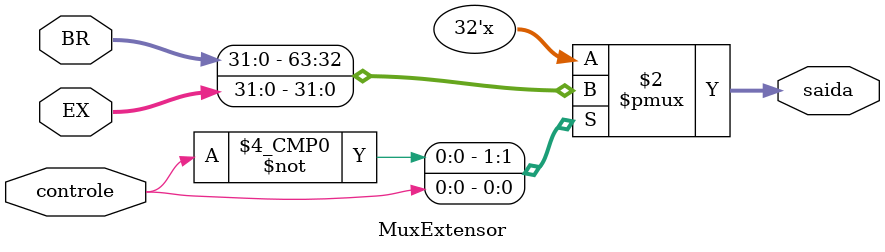
<source format=v>
module MuxExtensor(BR, EX, saida, controle);
  input controle;
  input [31:0] BR, EX; 
  output reg [31:0] saida; 
  
 	always @(controle or BR or EX)

		case (controle)
			1'b0: saida = BR;
			1'b1: saida = EX;	
		endcase
		
	endmodule
</source>
